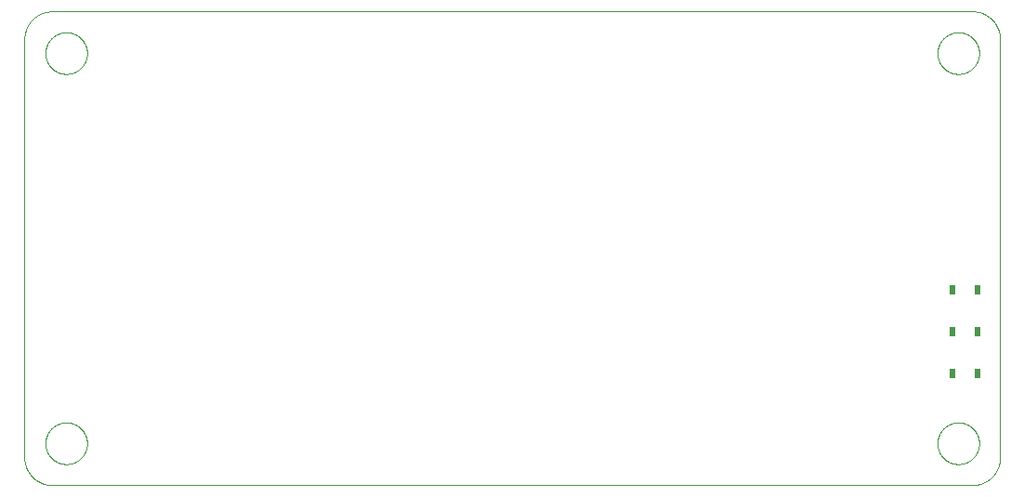
<source format=gtp>
G75*
%MOIN*%
%OFA0B0*%
%FSLAX25Y25*%
%IPPOS*%
%LPD*%
%AMOC8*
5,1,8,0,0,1.08239X$1,22.5*
%
%ADD10C,0.00000*%
%ADD11R,0.02480X0.03268*%
D10*
X0011300Y0001300D02*
X0341300Y0001300D01*
X0341542Y0001303D01*
X0341783Y0001312D01*
X0342024Y0001326D01*
X0342265Y0001347D01*
X0342505Y0001373D01*
X0342745Y0001405D01*
X0342984Y0001443D01*
X0343221Y0001486D01*
X0343458Y0001536D01*
X0343693Y0001591D01*
X0343927Y0001651D01*
X0344159Y0001718D01*
X0344390Y0001789D01*
X0344619Y0001867D01*
X0344846Y0001950D01*
X0345071Y0002038D01*
X0345294Y0002132D01*
X0345514Y0002231D01*
X0345732Y0002336D01*
X0345947Y0002445D01*
X0346160Y0002560D01*
X0346370Y0002680D01*
X0346576Y0002805D01*
X0346780Y0002935D01*
X0346981Y0003070D01*
X0347178Y0003210D01*
X0347372Y0003354D01*
X0347562Y0003503D01*
X0347748Y0003657D01*
X0347931Y0003815D01*
X0348110Y0003977D01*
X0348285Y0004144D01*
X0348456Y0004315D01*
X0348623Y0004490D01*
X0348785Y0004669D01*
X0348943Y0004852D01*
X0349097Y0005038D01*
X0349246Y0005228D01*
X0349390Y0005422D01*
X0349530Y0005619D01*
X0349665Y0005820D01*
X0349795Y0006024D01*
X0349920Y0006230D01*
X0350040Y0006440D01*
X0350155Y0006653D01*
X0350264Y0006868D01*
X0350369Y0007086D01*
X0350468Y0007306D01*
X0350562Y0007529D01*
X0350650Y0007754D01*
X0350733Y0007981D01*
X0350811Y0008210D01*
X0350882Y0008441D01*
X0350949Y0008673D01*
X0351009Y0008907D01*
X0351064Y0009142D01*
X0351114Y0009379D01*
X0351157Y0009616D01*
X0351195Y0009855D01*
X0351227Y0010095D01*
X0351253Y0010335D01*
X0351274Y0010576D01*
X0351288Y0010817D01*
X0351297Y0011058D01*
X0351300Y0011300D01*
X0351300Y0161300D01*
X0351297Y0161542D01*
X0351288Y0161783D01*
X0351274Y0162024D01*
X0351253Y0162265D01*
X0351227Y0162505D01*
X0351195Y0162745D01*
X0351157Y0162984D01*
X0351114Y0163221D01*
X0351064Y0163458D01*
X0351009Y0163693D01*
X0350949Y0163927D01*
X0350882Y0164159D01*
X0350811Y0164390D01*
X0350733Y0164619D01*
X0350650Y0164846D01*
X0350562Y0165071D01*
X0350468Y0165294D01*
X0350369Y0165514D01*
X0350264Y0165732D01*
X0350155Y0165947D01*
X0350040Y0166160D01*
X0349920Y0166370D01*
X0349795Y0166576D01*
X0349665Y0166780D01*
X0349530Y0166981D01*
X0349390Y0167178D01*
X0349246Y0167372D01*
X0349097Y0167562D01*
X0348943Y0167748D01*
X0348785Y0167931D01*
X0348623Y0168110D01*
X0348456Y0168285D01*
X0348285Y0168456D01*
X0348110Y0168623D01*
X0347931Y0168785D01*
X0347748Y0168943D01*
X0347562Y0169097D01*
X0347372Y0169246D01*
X0347178Y0169390D01*
X0346981Y0169530D01*
X0346780Y0169665D01*
X0346576Y0169795D01*
X0346370Y0169920D01*
X0346160Y0170040D01*
X0345947Y0170155D01*
X0345732Y0170264D01*
X0345514Y0170369D01*
X0345294Y0170468D01*
X0345071Y0170562D01*
X0344846Y0170650D01*
X0344619Y0170733D01*
X0344390Y0170811D01*
X0344159Y0170882D01*
X0343927Y0170949D01*
X0343693Y0171009D01*
X0343458Y0171064D01*
X0343221Y0171114D01*
X0342984Y0171157D01*
X0342745Y0171195D01*
X0342505Y0171227D01*
X0342265Y0171253D01*
X0342024Y0171274D01*
X0341783Y0171288D01*
X0341542Y0171297D01*
X0341300Y0171300D01*
X0011300Y0171300D01*
X0011058Y0171297D01*
X0010817Y0171288D01*
X0010576Y0171274D01*
X0010335Y0171253D01*
X0010095Y0171227D01*
X0009855Y0171195D01*
X0009616Y0171157D01*
X0009379Y0171114D01*
X0009142Y0171064D01*
X0008907Y0171009D01*
X0008673Y0170949D01*
X0008441Y0170882D01*
X0008210Y0170811D01*
X0007981Y0170733D01*
X0007754Y0170650D01*
X0007529Y0170562D01*
X0007306Y0170468D01*
X0007086Y0170369D01*
X0006868Y0170264D01*
X0006653Y0170155D01*
X0006440Y0170040D01*
X0006230Y0169920D01*
X0006024Y0169795D01*
X0005820Y0169665D01*
X0005619Y0169530D01*
X0005422Y0169390D01*
X0005228Y0169246D01*
X0005038Y0169097D01*
X0004852Y0168943D01*
X0004669Y0168785D01*
X0004490Y0168623D01*
X0004315Y0168456D01*
X0004144Y0168285D01*
X0003977Y0168110D01*
X0003815Y0167931D01*
X0003657Y0167748D01*
X0003503Y0167562D01*
X0003354Y0167372D01*
X0003210Y0167178D01*
X0003070Y0166981D01*
X0002935Y0166780D01*
X0002805Y0166576D01*
X0002680Y0166370D01*
X0002560Y0166160D01*
X0002445Y0165947D01*
X0002336Y0165732D01*
X0002231Y0165514D01*
X0002132Y0165294D01*
X0002038Y0165071D01*
X0001950Y0164846D01*
X0001867Y0164619D01*
X0001789Y0164390D01*
X0001718Y0164159D01*
X0001651Y0163927D01*
X0001591Y0163693D01*
X0001536Y0163458D01*
X0001486Y0163221D01*
X0001443Y0162984D01*
X0001405Y0162745D01*
X0001373Y0162505D01*
X0001347Y0162265D01*
X0001326Y0162024D01*
X0001312Y0161783D01*
X0001303Y0161542D01*
X0001300Y0161300D01*
X0001300Y0011300D01*
X0001303Y0011058D01*
X0001312Y0010817D01*
X0001326Y0010576D01*
X0001347Y0010335D01*
X0001373Y0010095D01*
X0001405Y0009855D01*
X0001443Y0009616D01*
X0001486Y0009379D01*
X0001536Y0009142D01*
X0001591Y0008907D01*
X0001651Y0008673D01*
X0001718Y0008441D01*
X0001789Y0008210D01*
X0001867Y0007981D01*
X0001950Y0007754D01*
X0002038Y0007529D01*
X0002132Y0007306D01*
X0002231Y0007086D01*
X0002336Y0006868D01*
X0002445Y0006653D01*
X0002560Y0006440D01*
X0002680Y0006230D01*
X0002805Y0006024D01*
X0002935Y0005820D01*
X0003070Y0005619D01*
X0003210Y0005422D01*
X0003354Y0005228D01*
X0003503Y0005038D01*
X0003657Y0004852D01*
X0003815Y0004669D01*
X0003977Y0004490D01*
X0004144Y0004315D01*
X0004315Y0004144D01*
X0004490Y0003977D01*
X0004669Y0003815D01*
X0004852Y0003657D01*
X0005038Y0003503D01*
X0005228Y0003354D01*
X0005422Y0003210D01*
X0005619Y0003070D01*
X0005820Y0002935D01*
X0006024Y0002805D01*
X0006230Y0002680D01*
X0006440Y0002560D01*
X0006653Y0002445D01*
X0006868Y0002336D01*
X0007086Y0002231D01*
X0007306Y0002132D01*
X0007529Y0002038D01*
X0007754Y0001950D01*
X0007981Y0001867D01*
X0008210Y0001789D01*
X0008441Y0001718D01*
X0008673Y0001651D01*
X0008907Y0001591D01*
X0009142Y0001536D01*
X0009379Y0001486D01*
X0009616Y0001443D01*
X0009855Y0001405D01*
X0010095Y0001373D01*
X0010335Y0001347D01*
X0010576Y0001326D01*
X0010817Y0001312D01*
X0011058Y0001303D01*
X0011300Y0001300D01*
X0008825Y0016300D02*
X0008827Y0016483D01*
X0008834Y0016667D01*
X0008845Y0016850D01*
X0008861Y0017033D01*
X0008881Y0017215D01*
X0008906Y0017397D01*
X0008935Y0017578D01*
X0008969Y0017758D01*
X0009007Y0017938D01*
X0009049Y0018116D01*
X0009096Y0018294D01*
X0009147Y0018470D01*
X0009202Y0018645D01*
X0009262Y0018818D01*
X0009326Y0018990D01*
X0009394Y0019161D01*
X0009466Y0019329D01*
X0009543Y0019496D01*
X0009623Y0019661D01*
X0009708Y0019824D01*
X0009796Y0019984D01*
X0009888Y0020143D01*
X0009985Y0020299D01*
X0010085Y0020453D01*
X0010189Y0020604D01*
X0010296Y0020753D01*
X0010407Y0020899D01*
X0010522Y0021042D01*
X0010640Y0021182D01*
X0010761Y0021320D01*
X0010886Y0021454D01*
X0011014Y0021586D01*
X0011146Y0021714D01*
X0011280Y0021839D01*
X0011418Y0021960D01*
X0011558Y0022078D01*
X0011701Y0022193D01*
X0011847Y0022304D01*
X0011996Y0022411D01*
X0012147Y0022515D01*
X0012301Y0022615D01*
X0012457Y0022712D01*
X0012616Y0022804D01*
X0012776Y0022892D01*
X0012939Y0022977D01*
X0013104Y0023057D01*
X0013271Y0023134D01*
X0013439Y0023206D01*
X0013610Y0023274D01*
X0013782Y0023338D01*
X0013955Y0023398D01*
X0014130Y0023453D01*
X0014306Y0023504D01*
X0014484Y0023551D01*
X0014662Y0023593D01*
X0014842Y0023631D01*
X0015022Y0023665D01*
X0015203Y0023694D01*
X0015385Y0023719D01*
X0015567Y0023739D01*
X0015750Y0023755D01*
X0015933Y0023766D01*
X0016117Y0023773D01*
X0016300Y0023775D01*
X0016483Y0023773D01*
X0016667Y0023766D01*
X0016850Y0023755D01*
X0017033Y0023739D01*
X0017215Y0023719D01*
X0017397Y0023694D01*
X0017578Y0023665D01*
X0017758Y0023631D01*
X0017938Y0023593D01*
X0018116Y0023551D01*
X0018294Y0023504D01*
X0018470Y0023453D01*
X0018645Y0023398D01*
X0018818Y0023338D01*
X0018990Y0023274D01*
X0019161Y0023206D01*
X0019329Y0023134D01*
X0019496Y0023057D01*
X0019661Y0022977D01*
X0019824Y0022892D01*
X0019984Y0022804D01*
X0020143Y0022712D01*
X0020299Y0022615D01*
X0020453Y0022515D01*
X0020604Y0022411D01*
X0020753Y0022304D01*
X0020899Y0022193D01*
X0021042Y0022078D01*
X0021182Y0021960D01*
X0021320Y0021839D01*
X0021454Y0021714D01*
X0021586Y0021586D01*
X0021714Y0021454D01*
X0021839Y0021320D01*
X0021960Y0021182D01*
X0022078Y0021042D01*
X0022193Y0020899D01*
X0022304Y0020753D01*
X0022411Y0020604D01*
X0022515Y0020453D01*
X0022615Y0020299D01*
X0022712Y0020143D01*
X0022804Y0019984D01*
X0022892Y0019824D01*
X0022977Y0019661D01*
X0023057Y0019496D01*
X0023134Y0019329D01*
X0023206Y0019161D01*
X0023274Y0018990D01*
X0023338Y0018818D01*
X0023398Y0018645D01*
X0023453Y0018470D01*
X0023504Y0018294D01*
X0023551Y0018116D01*
X0023593Y0017938D01*
X0023631Y0017758D01*
X0023665Y0017578D01*
X0023694Y0017397D01*
X0023719Y0017215D01*
X0023739Y0017033D01*
X0023755Y0016850D01*
X0023766Y0016667D01*
X0023773Y0016483D01*
X0023775Y0016300D01*
X0023773Y0016117D01*
X0023766Y0015933D01*
X0023755Y0015750D01*
X0023739Y0015567D01*
X0023719Y0015385D01*
X0023694Y0015203D01*
X0023665Y0015022D01*
X0023631Y0014842D01*
X0023593Y0014662D01*
X0023551Y0014484D01*
X0023504Y0014306D01*
X0023453Y0014130D01*
X0023398Y0013955D01*
X0023338Y0013782D01*
X0023274Y0013610D01*
X0023206Y0013439D01*
X0023134Y0013271D01*
X0023057Y0013104D01*
X0022977Y0012939D01*
X0022892Y0012776D01*
X0022804Y0012616D01*
X0022712Y0012457D01*
X0022615Y0012301D01*
X0022515Y0012147D01*
X0022411Y0011996D01*
X0022304Y0011847D01*
X0022193Y0011701D01*
X0022078Y0011558D01*
X0021960Y0011418D01*
X0021839Y0011280D01*
X0021714Y0011146D01*
X0021586Y0011014D01*
X0021454Y0010886D01*
X0021320Y0010761D01*
X0021182Y0010640D01*
X0021042Y0010522D01*
X0020899Y0010407D01*
X0020753Y0010296D01*
X0020604Y0010189D01*
X0020453Y0010085D01*
X0020299Y0009985D01*
X0020143Y0009888D01*
X0019984Y0009796D01*
X0019824Y0009708D01*
X0019661Y0009623D01*
X0019496Y0009543D01*
X0019329Y0009466D01*
X0019161Y0009394D01*
X0018990Y0009326D01*
X0018818Y0009262D01*
X0018645Y0009202D01*
X0018470Y0009147D01*
X0018294Y0009096D01*
X0018116Y0009049D01*
X0017938Y0009007D01*
X0017758Y0008969D01*
X0017578Y0008935D01*
X0017397Y0008906D01*
X0017215Y0008881D01*
X0017033Y0008861D01*
X0016850Y0008845D01*
X0016667Y0008834D01*
X0016483Y0008827D01*
X0016300Y0008825D01*
X0016117Y0008827D01*
X0015933Y0008834D01*
X0015750Y0008845D01*
X0015567Y0008861D01*
X0015385Y0008881D01*
X0015203Y0008906D01*
X0015022Y0008935D01*
X0014842Y0008969D01*
X0014662Y0009007D01*
X0014484Y0009049D01*
X0014306Y0009096D01*
X0014130Y0009147D01*
X0013955Y0009202D01*
X0013782Y0009262D01*
X0013610Y0009326D01*
X0013439Y0009394D01*
X0013271Y0009466D01*
X0013104Y0009543D01*
X0012939Y0009623D01*
X0012776Y0009708D01*
X0012616Y0009796D01*
X0012457Y0009888D01*
X0012301Y0009985D01*
X0012147Y0010085D01*
X0011996Y0010189D01*
X0011847Y0010296D01*
X0011701Y0010407D01*
X0011558Y0010522D01*
X0011418Y0010640D01*
X0011280Y0010761D01*
X0011146Y0010886D01*
X0011014Y0011014D01*
X0010886Y0011146D01*
X0010761Y0011280D01*
X0010640Y0011418D01*
X0010522Y0011558D01*
X0010407Y0011701D01*
X0010296Y0011847D01*
X0010189Y0011996D01*
X0010085Y0012147D01*
X0009985Y0012301D01*
X0009888Y0012457D01*
X0009796Y0012616D01*
X0009708Y0012776D01*
X0009623Y0012939D01*
X0009543Y0013104D01*
X0009466Y0013271D01*
X0009394Y0013439D01*
X0009326Y0013610D01*
X0009262Y0013782D01*
X0009202Y0013955D01*
X0009147Y0014130D01*
X0009096Y0014306D01*
X0009049Y0014484D01*
X0009007Y0014662D01*
X0008969Y0014842D01*
X0008935Y0015022D01*
X0008906Y0015203D01*
X0008881Y0015385D01*
X0008861Y0015567D01*
X0008845Y0015750D01*
X0008834Y0015933D01*
X0008827Y0016117D01*
X0008825Y0016300D01*
X0008825Y0156300D02*
X0008827Y0156483D01*
X0008834Y0156667D01*
X0008845Y0156850D01*
X0008861Y0157033D01*
X0008881Y0157215D01*
X0008906Y0157397D01*
X0008935Y0157578D01*
X0008969Y0157758D01*
X0009007Y0157938D01*
X0009049Y0158116D01*
X0009096Y0158294D01*
X0009147Y0158470D01*
X0009202Y0158645D01*
X0009262Y0158818D01*
X0009326Y0158990D01*
X0009394Y0159161D01*
X0009466Y0159329D01*
X0009543Y0159496D01*
X0009623Y0159661D01*
X0009708Y0159824D01*
X0009796Y0159984D01*
X0009888Y0160143D01*
X0009985Y0160299D01*
X0010085Y0160453D01*
X0010189Y0160604D01*
X0010296Y0160753D01*
X0010407Y0160899D01*
X0010522Y0161042D01*
X0010640Y0161182D01*
X0010761Y0161320D01*
X0010886Y0161454D01*
X0011014Y0161586D01*
X0011146Y0161714D01*
X0011280Y0161839D01*
X0011418Y0161960D01*
X0011558Y0162078D01*
X0011701Y0162193D01*
X0011847Y0162304D01*
X0011996Y0162411D01*
X0012147Y0162515D01*
X0012301Y0162615D01*
X0012457Y0162712D01*
X0012616Y0162804D01*
X0012776Y0162892D01*
X0012939Y0162977D01*
X0013104Y0163057D01*
X0013271Y0163134D01*
X0013439Y0163206D01*
X0013610Y0163274D01*
X0013782Y0163338D01*
X0013955Y0163398D01*
X0014130Y0163453D01*
X0014306Y0163504D01*
X0014484Y0163551D01*
X0014662Y0163593D01*
X0014842Y0163631D01*
X0015022Y0163665D01*
X0015203Y0163694D01*
X0015385Y0163719D01*
X0015567Y0163739D01*
X0015750Y0163755D01*
X0015933Y0163766D01*
X0016117Y0163773D01*
X0016300Y0163775D01*
X0016483Y0163773D01*
X0016667Y0163766D01*
X0016850Y0163755D01*
X0017033Y0163739D01*
X0017215Y0163719D01*
X0017397Y0163694D01*
X0017578Y0163665D01*
X0017758Y0163631D01*
X0017938Y0163593D01*
X0018116Y0163551D01*
X0018294Y0163504D01*
X0018470Y0163453D01*
X0018645Y0163398D01*
X0018818Y0163338D01*
X0018990Y0163274D01*
X0019161Y0163206D01*
X0019329Y0163134D01*
X0019496Y0163057D01*
X0019661Y0162977D01*
X0019824Y0162892D01*
X0019984Y0162804D01*
X0020143Y0162712D01*
X0020299Y0162615D01*
X0020453Y0162515D01*
X0020604Y0162411D01*
X0020753Y0162304D01*
X0020899Y0162193D01*
X0021042Y0162078D01*
X0021182Y0161960D01*
X0021320Y0161839D01*
X0021454Y0161714D01*
X0021586Y0161586D01*
X0021714Y0161454D01*
X0021839Y0161320D01*
X0021960Y0161182D01*
X0022078Y0161042D01*
X0022193Y0160899D01*
X0022304Y0160753D01*
X0022411Y0160604D01*
X0022515Y0160453D01*
X0022615Y0160299D01*
X0022712Y0160143D01*
X0022804Y0159984D01*
X0022892Y0159824D01*
X0022977Y0159661D01*
X0023057Y0159496D01*
X0023134Y0159329D01*
X0023206Y0159161D01*
X0023274Y0158990D01*
X0023338Y0158818D01*
X0023398Y0158645D01*
X0023453Y0158470D01*
X0023504Y0158294D01*
X0023551Y0158116D01*
X0023593Y0157938D01*
X0023631Y0157758D01*
X0023665Y0157578D01*
X0023694Y0157397D01*
X0023719Y0157215D01*
X0023739Y0157033D01*
X0023755Y0156850D01*
X0023766Y0156667D01*
X0023773Y0156483D01*
X0023775Y0156300D01*
X0023773Y0156117D01*
X0023766Y0155933D01*
X0023755Y0155750D01*
X0023739Y0155567D01*
X0023719Y0155385D01*
X0023694Y0155203D01*
X0023665Y0155022D01*
X0023631Y0154842D01*
X0023593Y0154662D01*
X0023551Y0154484D01*
X0023504Y0154306D01*
X0023453Y0154130D01*
X0023398Y0153955D01*
X0023338Y0153782D01*
X0023274Y0153610D01*
X0023206Y0153439D01*
X0023134Y0153271D01*
X0023057Y0153104D01*
X0022977Y0152939D01*
X0022892Y0152776D01*
X0022804Y0152616D01*
X0022712Y0152457D01*
X0022615Y0152301D01*
X0022515Y0152147D01*
X0022411Y0151996D01*
X0022304Y0151847D01*
X0022193Y0151701D01*
X0022078Y0151558D01*
X0021960Y0151418D01*
X0021839Y0151280D01*
X0021714Y0151146D01*
X0021586Y0151014D01*
X0021454Y0150886D01*
X0021320Y0150761D01*
X0021182Y0150640D01*
X0021042Y0150522D01*
X0020899Y0150407D01*
X0020753Y0150296D01*
X0020604Y0150189D01*
X0020453Y0150085D01*
X0020299Y0149985D01*
X0020143Y0149888D01*
X0019984Y0149796D01*
X0019824Y0149708D01*
X0019661Y0149623D01*
X0019496Y0149543D01*
X0019329Y0149466D01*
X0019161Y0149394D01*
X0018990Y0149326D01*
X0018818Y0149262D01*
X0018645Y0149202D01*
X0018470Y0149147D01*
X0018294Y0149096D01*
X0018116Y0149049D01*
X0017938Y0149007D01*
X0017758Y0148969D01*
X0017578Y0148935D01*
X0017397Y0148906D01*
X0017215Y0148881D01*
X0017033Y0148861D01*
X0016850Y0148845D01*
X0016667Y0148834D01*
X0016483Y0148827D01*
X0016300Y0148825D01*
X0016117Y0148827D01*
X0015933Y0148834D01*
X0015750Y0148845D01*
X0015567Y0148861D01*
X0015385Y0148881D01*
X0015203Y0148906D01*
X0015022Y0148935D01*
X0014842Y0148969D01*
X0014662Y0149007D01*
X0014484Y0149049D01*
X0014306Y0149096D01*
X0014130Y0149147D01*
X0013955Y0149202D01*
X0013782Y0149262D01*
X0013610Y0149326D01*
X0013439Y0149394D01*
X0013271Y0149466D01*
X0013104Y0149543D01*
X0012939Y0149623D01*
X0012776Y0149708D01*
X0012616Y0149796D01*
X0012457Y0149888D01*
X0012301Y0149985D01*
X0012147Y0150085D01*
X0011996Y0150189D01*
X0011847Y0150296D01*
X0011701Y0150407D01*
X0011558Y0150522D01*
X0011418Y0150640D01*
X0011280Y0150761D01*
X0011146Y0150886D01*
X0011014Y0151014D01*
X0010886Y0151146D01*
X0010761Y0151280D01*
X0010640Y0151418D01*
X0010522Y0151558D01*
X0010407Y0151701D01*
X0010296Y0151847D01*
X0010189Y0151996D01*
X0010085Y0152147D01*
X0009985Y0152301D01*
X0009888Y0152457D01*
X0009796Y0152616D01*
X0009708Y0152776D01*
X0009623Y0152939D01*
X0009543Y0153104D01*
X0009466Y0153271D01*
X0009394Y0153439D01*
X0009326Y0153610D01*
X0009262Y0153782D01*
X0009202Y0153955D01*
X0009147Y0154130D01*
X0009096Y0154306D01*
X0009049Y0154484D01*
X0009007Y0154662D01*
X0008969Y0154842D01*
X0008935Y0155022D01*
X0008906Y0155203D01*
X0008881Y0155385D01*
X0008861Y0155567D01*
X0008845Y0155750D01*
X0008834Y0155933D01*
X0008827Y0156117D01*
X0008825Y0156300D01*
X0328825Y0156300D02*
X0328827Y0156483D01*
X0328834Y0156667D01*
X0328845Y0156850D01*
X0328861Y0157033D01*
X0328881Y0157215D01*
X0328906Y0157397D01*
X0328935Y0157578D01*
X0328969Y0157758D01*
X0329007Y0157938D01*
X0329049Y0158116D01*
X0329096Y0158294D01*
X0329147Y0158470D01*
X0329202Y0158645D01*
X0329262Y0158818D01*
X0329326Y0158990D01*
X0329394Y0159161D01*
X0329466Y0159329D01*
X0329543Y0159496D01*
X0329623Y0159661D01*
X0329708Y0159824D01*
X0329796Y0159984D01*
X0329888Y0160143D01*
X0329985Y0160299D01*
X0330085Y0160453D01*
X0330189Y0160604D01*
X0330296Y0160753D01*
X0330407Y0160899D01*
X0330522Y0161042D01*
X0330640Y0161182D01*
X0330761Y0161320D01*
X0330886Y0161454D01*
X0331014Y0161586D01*
X0331146Y0161714D01*
X0331280Y0161839D01*
X0331418Y0161960D01*
X0331558Y0162078D01*
X0331701Y0162193D01*
X0331847Y0162304D01*
X0331996Y0162411D01*
X0332147Y0162515D01*
X0332301Y0162615D01*
X0332457Y0162712D01*
X0332616Y0162804D01*
X0332776Y0162892D01*
X0332939Y0162977D01*
X0333104Y0163057D01*
X0333271Y0163134D01*
X0333439Y0163206D01*
X0333610Y0163274D01*
X0333782Y0163338D01*
X0333955Y0163398D01*
X0334130Y0163453D01*
X0334306Y0163504D01*
X0334484Y0163551D01*
X0334662Y0163593D01*
X0334842Y0163631D01*
X0335022Y0163665D01*
X0335203Y0163694D01*
X0335385Y0163719D01*
X0335567Y0163739D01*
X0335750Y0163755D01*
X0335933Y0163766D01*
X0336117Y0163773D01*
X0336300Y0163775D01*
X0336483Y0163773D01*
X0336667Y0163766D01*
X0336850Y0163755D01*
X0337033Y0163739D01*
X0337215Y0163719D01*
X0337397Y0163694D01*
X0337578Y0163665D01*
X0337758Y0163631D01*
X0337938Y0163593D01*
X0338116Y0163551D01*
X0338294Y0163504D01*
X0338470Y0163453D01*
X0338645Y0163398D01*
X0338818Y0163338D01*
X0338990Y0163274D01*
X0339161Y0163206D01*
X0339329Y0163134D01*
X0339496Y0163057D01*
X0339661Y0162977D01*
X0339824Y0162892D01*
X0339984Y0162804D01*
X0340143Y0162712D01*
X0340299Y0162615D01*
X0340453Y0162515D01*
X0340604Y0162411D01*
X0340753Y0162304D01*
X0340899Y0162193D01*
X0341042Y0162078D01*
X0341182Y0161960D01*
X0341320Y0161839D01*
X0341454Y0161714D01*
X0341586Y0161586D01*
X0341714Y0161454D01*
X0341839Y0161320D01*
X0341960Y0161182D01*
X0342078Y0161042D01*
X0342193Y0160899D01*
X0342304Y0160753D01*
X0342411Y0160604D01*
X0342515Y0160453D01*
X0342615Y0160299D01*
X0342712Y0160143D01*
X0342804Y0159984D01*
X0342892Y0159824D01*
X0342977Y0159661D01*
X0343057Y0159496D01*
X0343134Y0159329D01*
X0343206Y0159161D01*
X0343274Y0158990D01*
X0343338Y0158818D01*
X0343398Y0158645D01*
X0343453Y0158470D01*
X0343504Y0158294D01*
X0343551Y0158116D01*
X0343593Y0157938D01*
X0343631Y0157758D01*
X0343665Y0157578D01*
X0343694Y0157397D01*
X0343719Y0157215D01*
X0343739Y0157033D01*
X0343755Y0156850D01*
X0343766Y0156667D01*
X0343773Y0156483D01*
X0343775Y0156300D01*
X0343773Y0156117D01*
X0343766Y0155933D01*
X0343755Y0155750D01*
X0343739Y0155567D01*
X0343719Y0155385D01*
X0343694Y0155203D01*
X0343665Y0155022D01*
X0343631Y0154842D01*
X0343593Y0154662D01*
X0343551Y0154484D01*
X0343504Y0154306D01*
X0343453Y0154130D01*
X0343398Y0153955D01*
X0343338Y0153782D01*
X0343274Y0153610D01*
X0343206Y0153439D01*
X0343134Y0153271D01*
X0343057Y0153104D01*
X0342977Y0152939D01*
X0342892Y0152776D01*
X0342804Y0152616D01*
X0342712Y0152457D01*
X0342615Y0152301D01*
X0342515Y0152147D01*
X0342411Y0151996D01*
X0342304Y0151847D01*
X0342193Y0151701D01*
X0342078Y0151558D01*
X0341960Y0151418D01*
X0341839Y0151280D01*
X0341714Y0151146D01*
X0341586Y0151014D01*
X0341454Y0150886D01*
X0341320Y0150761D01*
X0341182Y0150640D01*
X0341042Y0150522D01*
X0340899Y0150407D01*
X0340753Y0150296D01*
X0340604Y0150189D01*
X0340453Y0150085D01*
X0340299Y0149985D01*
X0340143Y0149888D01*
X0339984Y0149796D01*
X0339824Y0149708D01*
X0339661Y0149623D01*
X0339496Y0149543D01*
X0339329Y0149466D01*
X0339161Y0149394D01*
X0338990Y0149326D01*
X0338818Y0149262D01*
X0338645Y0149202D01*
X0338470Y0149147D01*
X0338294Y0149096D01*
X0338116Y0149049D01*
X0337938Y0149007D01*
X0337758Y0148969D01*
X0337578Y0148935D01*
X0337397Y0148906D01*
X0337215Y0148881D01*
X0337033Y0148861D01*
X0336850Y0148845D01*
X0336667Y0148834D01*
X0336483Y0148827D01*
X0336300Y0148825D01*
X0336117Y0148827D01*
X0335933Y0148834D01*
X0335750Y0148845D01*
X0335567Y0148861D01*
X0335385Y0148881D01*
X0335203Y0148906D01*
X0335022Y0148935D01*
X0334842Y0148969D01*
X0334662Y0149007D01*
X0334484Y0149049D01*
X0334306Y0149096D01*
X0334130Y0149147D01*
X0333955Y0149202D01*
X0333782Y0149262D01*
X0333610Y0149326D01*
X0333439Y0149394D01*
X0333271Y0149466D01*
X0333104Y0149543D01*
X0332939Y0149623D01*
X0332776Y0149708D01*
X0332616Y0149796D01*
X0332457Y0149888D01*
X0332301Y0149985D01*
X0332147Y0150085D01*
X0331996Y0150189D01*
X0331847Y0150296D01*
X0331701Y0150407D01*
X0331558Y0150522D01*
X0331418Y0150640D01*
X0331280Y0150761D01*
X0331146Y0150886D01*
X0331014Y0151014D01*
X0330886Y0151146D01*
X0330761Y0151280D01*
X0330640Y0151418D01*
X0330522Y0151558D01*
X0330407Y0151701D01*
X0330296Y0151847D01*
X0330189Y0151996D01*
X0330085Y0152147D01*
X0329985Y0152301D01*
X0329888Y0152457D01*
X0329796Y0152616D01*
X0329708Y0152776D01*
X0329623Y0152939D01*
X0329543Y0153104D01*
X0329466Y0153271D01*
X0329394Y0153439D01*
X0329326Y0153610D01*
X0329262Y0153782D01*
X0329202Y0153955D01*
X0329147Y0154130D01*
X0329096Y0154306D01*
X0329049Y0154484D01*
X0329007Y0154662D01*
X0328969Y0154842D01*
X0328935Y0155022D01*
X0328906Y0155203D01*
X0328881Y0155385D01*
X0328861Y0155567D01*
X0328845Y0155750D01*
X0328834Y0155933D01*
X0328827Y0156117D01*
X0328825Y0156300D01*
X0328825Y0016300D02*
X0328827Y0016483D01*
X0328834Y0016667D01*
X0328845Y0016850D01*
X0328861Y0017033D01*
X0328881Y0017215D01*
X0328906Y0017397D01*
X0328935Y0017578D01*
X0328969Y0017758D01*
X0329007Y0017938D01*
X0329049Y0018116D01*
X0329096Y0018294D01*
X0329147Y0018470D01*
X0329202Y0018645D01*
X0329262Y0018818D01*
X0329326Y0018990D01*
X0329394Y0019161D01*
X0329466Y0019329D01*
X0329543Y0019496D01*
X0329623Y0019661D01*
X0329708Y0019824D01*
X0329796Y0019984D01*
X0329888Y0020143D01*
X0329985Y0020299D01*
X0330085Y0020453D01*
X0330189Y0020604D01*
X0330296Y0020753D01*
X0330407Y0020899D01*
X0330522Y0021042D01*
X0330640Y0021182D01*
X0330761Y0021320D01*
X0330886Y0021454D01*
X0331014Y0021586D01*
X0331146Y0021714D01*
X0331280Y0021839D01*
X0331418Y0021960D01*
X0331558Y0022078D01*
X0331701Y0022193D01*
X0331847Y0022304D01*
X0331996Y0022411D01*
X0332147Y0022515D01*
X0332301Y0022615D01*
X0332457Y0022712D01*
X0332616Y0022804D01*
X0332776Y0022892D01*
X0332939Y0022977D01*
X0333104Y0023057D01*
X0333271Y0023134D01*
X0333439Y0023206D01*
X0333610Y0023274D01*
X0333782Y0023338D01*
X0333955Y0023398D01*
X0334130Y0023453D01*
X0334306Y0023504D01*
X0334484Y0023551D01*
X0334662Y0023593D01*
X0334842Y0023631D01*
X0335022Y0023665D01*
X0335203Y0023694D01*
X0335385Y0023719D01*
X0335567Y0023739D01*
X0335750Y0023755D01*
X0335933Y0023766D01*
X0336117Y0023773D01*
X0336300Y0023775D01*
X0336483Y0023773D01*
X0336667Y0023766D01*
X0336850Y0023755D01*
X0337033Y0023739D01*
X0337215Y0023719D01*
X0337397Y0023694D01*
X0337578Y0023665D01*
X0337758Y0023631D01*
X0337938Y0023593D01*
X0338116Y0023551D01*
X0338294Y0023504D01*
X0338470Y0023453D01*
X0338645Y0023398D01*
X0338818Y0023338D01*
X0338990Y0023274D01*
X0339161Y0023206D01*
X0339329Y0023134D01*
X0339496Y0023057D01*
X0339661Y0022977D01*
X0339824Y0022892D01*
X0339984Y0022804D01*
X0340143Y0022712D01*
X0340299Y0022615D01*
X0340453Y0022515D01*
X0340604Y0022411D01*
X0340753Y0022304D01*
X0340899Y0022193D01*
X0341042Y0022078D01*
X0341182Y0021960D01*
X0341320Y0021839D01*
X0341454Y0021714D01*
X0341586Y0021586D01*
X0341714Y0021454D01*
X0341839Y0021320D01*
X0341960Y0021182D01*
X0342078Y0021042D01*
X0342193Y0020899D01*
X0342304Y0020753D01*
X0342411Y0020604D01*
X0342515Y0020453D01*
X0342615Y0020299D01*
X0342712Y0020143D01*
X0342804Y0019984D01*
X0342892Y0019824D01*
X0342977Y0019661D01*
X0343057Y0019496D01*
X0343134Y0019329D01*
X0343206Y0019161D01*
X0343274Y0018990D01*
X0343338Y0018818D01*
X0343398Y0018645D01*
X0343453Y0018470D01*
X0343504Y0018294D01*
X0343551Y0018116D01*
X0343593Y0017938D01*
X0343631Y0017758D01*
X0343665Y0017578D01*
X0343694Y0017397D01*
X0343719Y0017215D01*
X0343739Y0017033D01*
X0343755Y0016850D01*
X0343766Y0016667D01*
X0343773Y0016483D01*
X0343775Y0016300D01*
X0343773Y0016117D01*
X0343766Y0015933D01*
X0343755Y0015750D01*
X0343739Y0015567D01*
X0343719Y0015385D01*
X0343694Y0015203D01*
X0343665Y0015022D01*
X0343631Y0014842D01*
X0343593Y0014662D01*
X0343551Y0014484D01*
X0343504Y0014306D01*
X0343453Y0014130D01*
X0343398Y0013955D01*
X0343338Y0013782D01*
X0343274Y0013610D01*
X0343206Y0013439D01*
X0343134Y0013271D01*
X0343057Y0013104D01*
X0342977Y0012939D01*
X0342892Y0012776D01*
X0342804Y0012616D01*
X0342712Y0012457D01*
X0342615Y0012301D01*
X0342515Y0012147D01*
X0342411Y0011996D01*
X0342304Y0011847D01*
X0342193Y0011701D01*
X0342078Y0011558D01*
X0341960Y0011418D01*
X0341839Y0011280D01*
X0341714Y0011146D01*
X0341586Y0011014D01*
X0341454Y0010886D01*
X0341320Y0010761D01*
X0341182Y0010640D01*
X0341042Y0010522D01*
X0340899Y0010407D01*
X0340753Y0010296D01*
X0340604Y0010189D01*
X0340453Y0010085D01*
X0340299Y0009985D01*
X0340143Y0009888D01*
X0339984Y0009796D01*
X0339824Y0009708D01*
X0339661Y0009623D01*
X0339496Y0009543D01*
X0339329Y0009466D01*
X0339161Y0009394D01*
X0338990Y0009326D01*
X0338818Y0009262D01*
X0338645Y0009202D01*
X0338470Y0009147D01*
X0338294Y0009096D01*
X0338116Y0009049D01*
X0337938Y0009007D01*
X0337758Y0008969D01*
X0337578Y0008935D01*
X0337397Y0008906D01*
X0337215Y0008881D01*
X0337033Y0008861D01*
X0336850Y0008845D01*
X0336667Y0008834D01*
X0336483Y0008827D01*
X0336300Y0008825D01*
X0336117Y0008827D01*
X0335933Y0008834D01*
X0335750Y0008845D01*
X0335567Y0008861D01*
X0335385Y0008881D01*
X0335203Y0008906D01*
X0335022Y0008935D01*
X0334842Y0008969D01*
X0334662Y0009007D01*
X0334484Y0009049D01*
X0334306Y0009096D01*
X0334130Y0009147D01*
X0333955Y0009202D01*
X0333782Y0009262D01*
X0333610Y0009326D01*
X0333439Y0009394D01*
X0333271Y0009466D01*
X0333104Y0009543D01*
X0332939Y0009623D01*
X0332776Y0009708D01*
X0332616Y0009796D01*
X0332457Y0009888D01*
X0332301Y0009985D01*
X0332147Y0010085D01*
X0331996Y0010189D01*
X0331847Y0010296D01*
X0331701Y0010407D01*
X0331558Y0010522D01*
X0331418Y0010640D01*
X0331280Y0010761D01*
X0331146Y0010886D01*
X0331014Y0011014D01*
X0330886Y0011146D01*
X0330761Y0011280D01*
X0330640Y0011418D01*
X0330522Y0011558D01*
X0330407Y0011701D01*
X0330296Y0011847D01*
X0330189Y0011996D01*
X0330085Y0012147D01*
X0329985Y0012301D01*
X0329888Y0012457D01*
X0329796Y0012616D01*
X0329708Y0012776D01*
X0329623Y0012939D01*
X0329543Y0013104D01*
X0329466Y0013271D01*
X0329394Y0013439D01*
X0329326Y0013610D01*
X0329262Y0013782D01*
X0329202Y0013955D01*
X0329147Y0014130D01*
X0329096Y0014306D01*
X0329049Y0014484D01*
X0329007Y0014662D01*
X0328969Y0014842D01*
X0328935Y0015022D01*
X0328906Y0015203D01*
X0328881Y0015385D01*
X0328861Y0015567D01*
X0328845Y0015750D01*
X0328834Y0015933D01*
X0328827Y0016117D01*
X0328825Y0016300D01*
D11*
X0334272Y0041300D03*
X0343328Y0041300D03*
X0343328Y0056300D03*
X0334272Y0056300D03*
X0334272Y0071300D03*
X0343328Y0071300D03*
M02*

</source>
